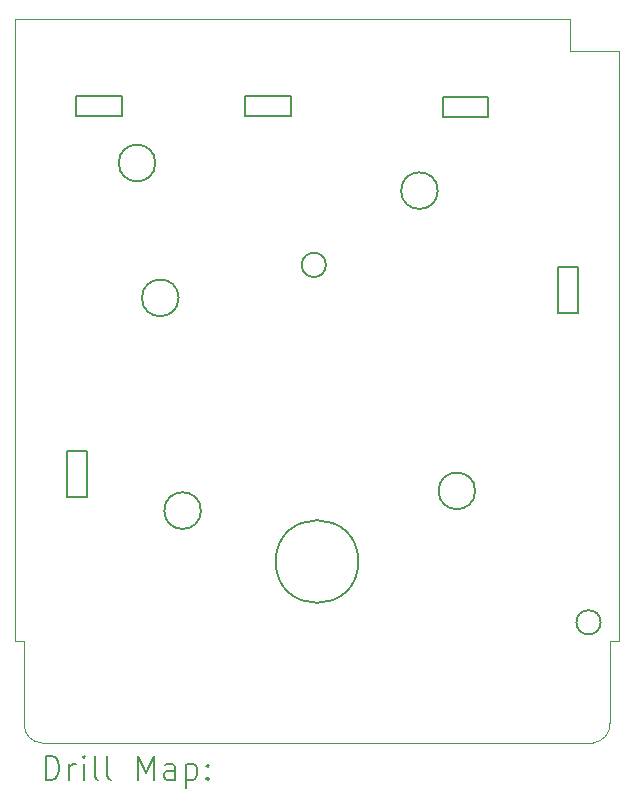
<source format=gbr>
%TF.GenerationSoftware,KiCad,Pcbnew,(6.0.9)*%
%TF.CreationDate,2023-01-08T00:25:15-05:00*%
%TF.ProjectId,DMG-DECN-02,444d472d-4445-4434-9e2d-30322e6b6963,rev?*%
%TF.SameCoordinates,Original*%
%TF.FileFunction,Drillmap*%
%TF.FilePolarity,Positive*%
%FSLAX45Y45*%
G04 Gerber Fmt 4.5, Leading zero omitted, Abs format (unit mm)*
G04 Created by KiCad (PCBNEW (6.0.9)) date 2023-01-08 00:25:15*
%MOMM*%
%LPD*%
G01*
G04 APERTURE LIST*
%ADD10C,0.025400*%
%ADD11C,0.200000*%
G04 APERTURE END LIST*
D10*
X12395085Y-6727498D02*
X12395085Y-11997498D01*
X17095085Y-6727498D02*
X12395085Y-6727498D01*
X12395085Y-11997498D02*
X12470085Y-11997498D01*
D11*
X15971987Y-8182000D02*
G75*
G03*
X15971987Y-8182000I-154987J0D01*
G01*
D10*
X12470085Y-11997498D02*
X12470085Y-12701498D01*
X17505085Y-11997498D02*
X17505085Y-6997498D01*
D11*
X13580987Y-7948000D02*
G75*
G03*
X13580987Y-7948000I-154987J0D01*
G01*
X14727000Y-7549000D02*
X14341000Y-7549000D01*
X14341000Y-7549000D02*
X14341000Y-7382000D01*
X14341000Y-7382000D02*
X14727000Y-7382000D01*
X14727000Y-7382000D02*
X14727000Y-7549000D01*
X13297000Y-7547000D02*
X12911000Y-7547000D01*
X12911000Y-7547000D02*
X12911000Y-7380000D01*
X12911000Y-7380000D02*
X13297000Y-7380000D01*
X13297000Y-7380000D02*
X13297000Y-7547000D01*
X16399000Y-7557000D02*
X16013000Y-7557000D01*
X16013000Y-7557000D02*
X16013000Y-7390000D01*
X16013000Y-7390000D02*
X16399000Y-7390000D01*
X16399000Y-7390000D02*
X16399000Y-7557000D01*
X13777987Y-9090000D02*
G75*
G03*
X13777987Y-9090000I-154987J0D01*
G01*
D10*
X17095085Y-6997498D02*
X17095085Y-6727498D01*
D11*
X15300085Y-11322498D02*
G75*
G03*
X15300085Y-11322498I-350000J0D01*
G01*
D10*
X12470084Y-12701498D02*
G75*
G03*
X12624085Y-12857498I152506J-3462D01*
G01*
D11*
X16989000Y-9218000D02*
X17156000Y-9218000D01*
X17156000Y-9218000D02*
X17156000Y-8832000D01*
X17156000Y-8832000D02*
X16989000Y-8832000D01*
X16989000Y-8832000D02*
X16989000Y-9218000D01*
D10*
X17430085Y-11997498D02*
X17505085Y-11997498D01*
D11*
X16288987Y-10724000D02*
G75*
G03*
X16288987Y-10724000I-154987J0D01*
G01*
D10*
X17505085Y-6997498D02*
X17095085Y-6997498D01*
X17287085Y-12857498D02*
G75*
G03*
X17430085Y-12693498I-15085J157498D01*
G01*
X12624085Y-12857498D02*
X17287085Y-12857498D01*
D11*
X12835000Y-10772000D02*
X13002000Y-10772000D01*
X13002000Y-10772000D02*
X13002000Y-10386000D01*
X13002000Y-10386000D02*
X12835000Y-10386000D01*
X12835000Y-10386000D02*
X12835000Y-10772000D01*
D10*
X17430085Y-12693498D02*
X17430085Y-11997498D01*
D11*
X13966987Y-10891000D02*
G75*
G03*
X13966987Y-10891000I-154987J0D01*
G01*
X17351500Y-11836500D02*
G75*
G03*
X17351500Y-11836500I-102500J0D01*
G01*
X15025500Y-8811000D02*
G75*
G03*
X15025500Y-8811000I-102500J0D01*
G01*
X12651434Y-13169252D02*
X12651434Y-12969252D01*
X12699053Y-12969252D01*
X12727624Y-12978776D01*
X12746672Y-12997823D01*
X12756196Y-13016871D01*
X12765720Y-13054966D01*
X12765720Y-13083537D01*
X12756196Y-13121633D01*
X12746672Y-13140680D01*
X12727624Y-13159728D01*
X12699053Y-13169252D01*
X12651434Y-13169252D01*
X12851434Y-13169252D02*
X12851434Y-13035918D01*
X12851434Y-13074014D02*
X12860958Y-13054966D01*
X12870482Y-13045442D01*
X12889529Y-13035918D01*
X12908577Y-13035918D01*
X12975243Y-13169252D02*
X12975243Y-13035918D01*
X12975243Y-12969252D02*
X12965720Y-12978776D01*
X12975243Y-12988299D01*
X12984767Y-12978776D01*
X12975243Y-12969252D01*
X12975243Y-12988299D01*
X13099053Y-13169252D02*
X13080005Y-13159728D01*
X13070482Y-13140680D01*
X13070482Y-12969252D01*
X13203815Y-13169252D02*
X13184767Y-13159728D01*
X13175243Y-13140680D01*
X13175243Y-12969252D01*
X13432386Y-13169252D02*
X13432386Y-12969252D01*
X13499053Y-13112109D01*
X13565720Y-12969252D01*
X13565720Y-13169252D01*
X13746672Y-13169252D02*
X13746672Y-13064490D01*
X13737148Y-13045442D01*
X13718101Y-13035918D01*
X13680005Y-13035918D01*
X13660958Y-13045442D01*
X13746672Y-13159728D02*
X13727624Y-13169252D01*
X13680005Y-13169252D01*
X13660958Y-13159728D01*
X13651434Y-13140680D01*
X13651434Y-13121633D01*
X13660958Y-13102585D01*
X13680005Y-13093061D01*
X13727624Y-13093061D01*
X13746672Y-13083537D01*
X13841910Y-13035918D02*
X13841910Y-13235918D01*
X13841910Y-13045442D02*
X13860958Y-13035918D01*
X13899053Y-13035918D01*
X13918101Y-13045442D01*
X13927624Y-13054966D01*
X13937148Y-13074014D01*
X13937148Y-13131156D01*
X13927624Y-13150204D01*
X13918101Y-13159728D01*
X13899053Y-13169252D01*
X13860958Y-13169252D01*
X13841910Y-13159728D01*
X14022863Y-13150204D02*
X14032386Y-13159728D01*
X14022863Y-13169252D01*
X14013339Y-13159728D01*
X14022863Y-13150204D01*
X14022863Y-13169252D01*
X14022863Y-13045442D02*
X14032386Y-13054966D01*
X14022863Y-13064490D01*
X14013339Y-13054966D01*
X14022863Y-13045442D01*
X14022863Y-13064490D01*
M02*

</source>
